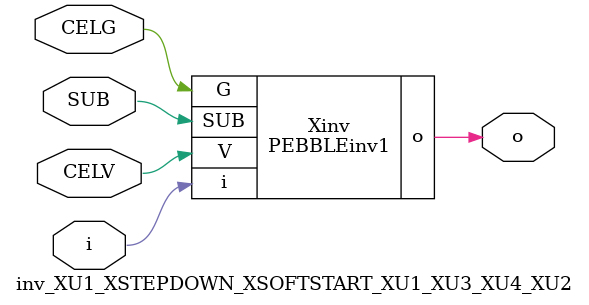
<source format=v>



module PEBBLEinv1 ( o, G, SUB, V, i );

  input V;
  input i;
  input G;
  output o;
  input SUB;
endmodule

//Celera Confidential Do Not Copy inv_XU1_XSTEPDOWN_XSOFTSTART_XU1_XU3_XU4_XU2
//Celera Confidential Symbol Generator
//5V Inverter
module inv_XU1_XSTEPDOWN_XSOFTSTART_XU1_XU3_XU4_XU2 (CELV,CELG,i,o,SUB);
input CELV;
input CELG;
input i;
input SUB;
output o;

//Celera Confidential Do Not Copy inv
PEBBLEinv1 Xinv(
.V (CELV),
.i (i),
.o (o),
.SUB (SUB),
.G (CELG)
);
//,diesize,PEBBLEinv1

//Celera Confidential Do Not Copy Module End
//Celera Schematic Generator
endmodule

</source>
